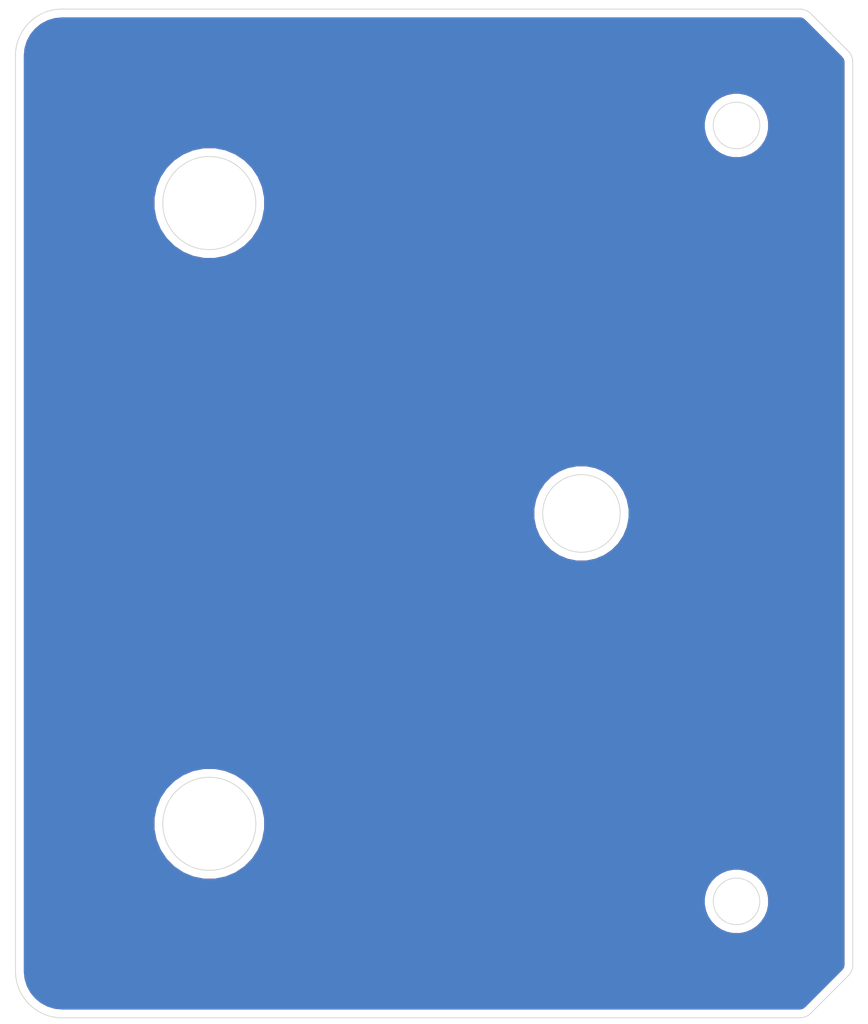
<source format=kicad_pcb>
(kicad_pcb (version 20171130) (host pcbnew 5.1.9+dfsg1-1+deb11u1)

  (general
    (thickness 1.6)
    (drawings 17)
    (tracks 0)
    (zones 0)
    (modules 0)
    (nets 1)
  )

  (page A4)
  (layers
    (0 F.Cu signal)
    (31 B.Cu signal)
    (32 B.Adhes user)
    (33 F.Adhes user)
    (34 B.Paste user)
    (35 F.Paste user)
    (36 B.SilkS user)
    (37 F.SilkS user)
    (38 B.Mask user)
    (39 F.Mask user)
    (40 Dwgs.User user)
    (41 Cmts.User user)
    (42 Eco1.User user)
    (43 Eco2.User user)
    (44 Edge.Cuts user)
    (45 Margin user)
    (46 B.CrtYd user)
    (47 F.CrtYd user)
    (48 B.Fab user)
    (49 F.Fab user)
  )

  (setup
    (last_trace_width 0.25)
    (trace_clearance 0.2)
    (zone_clearance 0.508)
    (zone_45_only no)
    (trace_min 0.2)
    (via_size 0.8)
    (via_drill 0.4)
    (via_min_size 0.4)
    (via_min_drill 0.3)
    (uvia_size 0.3)
    (uvia_drill 0.1)
    (uvias_allowed no)
    (uvia_min_size 0.2)
    (uvia_min_drill 0.1)
    (edge_width 0.05)
    (segment_width 0.2)
    (pcb_text_width 0.3)
    (pcb_text_size 1.5 1.5)
    (mod_edge_width 0.12)
    (mod_text_size 1 1)
    (mod_text_width 0.15)
    (pad_size 1.524 1.524)
    (pad_drill 0.762)
    (pad_to_mask_clearance 0)
    (aux_axis_origin 0 0)
    (visible_elements FFFFFF7F)
    (pcbplotparams
      (layerselection 0x010fc_ffffffff)
      (usegerberextensions true)
      (usegerberattributes false)
      (usegerberadvancedattributes false)
      (creategerberjobfile false)
      (excludeedgelayer true)
      (linewidth 0.100000)
      (plotframeref false)
      (viasonmask false)
      (mode 1)
      (useauxorigin false)
      (hpglpennumber 1)
      (hpglpenspeed 20)
      (hpglpendiameter 15.000000)
      (psnegative false)
      (psa4output false)
      (plotreference true)
      (plotvalue true)
      (plotinvisibletext false)
      (padsonsilk false)
      (subtractmaskfromsilk true)
      (outputformat 1)
      (mirror false)
      (drillshape 0)
      (scaleselection 1)
      (outputdirectory "z-tesioner-rf-gerber/"))
  )

  (net 0 "")

  (net_class Default "This is the default net class."
    (clearance 0.2)
    (trace_width 0.25)
    (via_dia 0.8)
    (via_drill 0.4)
    (uvia_dia 0.3)
    (uvia_drill 0.1)
  )

  (gr_circle (center 127.5 74.0858) (end 130.5 74.0858) (layer Edge.Cuts) (width 0.05))
  (gr_line (start 166.2929 126.292899) (end 168.7071 123.8787) (layer Edge.Cuts) (width 0.05))
  (gr_line (start 169 123.1716) (end 169 65) (layer Edge.Cuts) (width 0.05))
  (gr_arc (start 168 123.1716) (end 168.707106 123.878706) (angle -45) (layer Edge.Cuts) (width 0.05))
  (gr_line (start 165.5858 61.5858) (end 118 61.5858) (layer Edge.Cuts) (width 0.05))
  (gr_line (start 166.2929 61.878701) (end 168.7071 64.2929) (layer Edge.Cuts) (width 0.05))
  (gr_arc (start 165.5858 125.5858) (end 165.5858 126.5858) (angle -45) (layer Edge.Cuts) (width 0.05))
  (gr_arc (start 118 123.5858) (end 115 123.5858) (angle -90) (layer Edge.Cuts) (width 0.05))
  (gr_arc (start 118 64.5858) (end 118 61.5858) (angle -90) (layer Edge.Cuts) (width 0.05))
  (gr_circle (center 127.5 114.0858) (end 130.5 114.0858) (layer Edge.Cuts) (width 0.05))
  (gr_circle (center 161.5 69.0858) (end 163 69.0858) (layer Edge.Cuts) (width 0.05))
  (gr_circle (center 151.5 94.0858) (end 154 94.0858) (layer Edge.Cuts) (width 0.05))
  (gr_arc (start 165.5858 62.5858) (end 166.292906 61.878694) (angle -45) (layer Edge.Cuts) (width 0.05))
  (gr_line (start 115 64.5858) (end 115 123.5858) (layer Edge.Cuts) (width 0.05))
  (gr_circle (center 161.5 119.0858) (end 163 119.0858) (layer Edge.Cuts) (width 0.05))
  (gr_line (start 118 126.5858) (end 165.5858 126.5858) (layer Edge.Cuts) (width 0.05))
  (gr_arc (start 168 65) (end 169 65) (angle -45) (layer Edge.Cuts) (width 0.05))

  (zone (net 0) (net_name "") (layer F.Cu) (tstamp 64C3C484) (hatch edge 0.508)
    (connect_pads (clearance 0.508))
    (min_thickness 0.254)
    (fill yes (arc_segments 32) (thermal_gap 0.508) (thermal_bridge_width 0.508))
    (polygon
      (pts
        (xy 170 127) (xy 114 127) (xy 114 61) (xy 170 61)
      )
    )
    (filled_polygon
      (pts
        (xy 165.651224 62.255381) (xy 165.714157 62.274381) (xy 165.7722 62.305243) (xy 165.847367 62.366548) (xy 168.217659 64.73684)
        (xy 168.279906 64.81262) (xy 168.310969 64.870554) (xy 168.33019 64.933423) (xy 168.340001 65.030011) (xy 168.34 123.139311)
        (xy 168.330419 123.237024) (xy 168.311418 123.299958) (xy 168.280555 123.358002) (xy 168.219253 123.433166) (xy 165.84896 125.803459)
        (xy 165.773182 125.865704) (xy 165.715246 125.89677) (xy 165.652378 125.91599) (xy 165.555799 125.9258) (xy 118.032279 125.9258)
        (xy 117.546106 125.87813) (xy 117.109503 125.746312) (xy 116.706814 125.532199) (xy 116.353387 125.24395) (xy 116.062673 124.892539)
        (xy 115.84576 124.491364) (xy 115.710894 124.055686) (xy 115.66 123.571464) (xy 115.66 118.872123) (xy 159.330497 118.872123)
        (xy 159.330497 119.299477) (xy 159.41387 119.718621) (xy 159.577412 120.113445) (xy 159.814837 120.468777) (xy 160.117023 120.770963)
        (xy 160.472355 121.008388) (xy 160.867179 121.17193) (xy 161.286323 121.255303) (xy 161.713677 121.255303) (xy 162.132821 121.17193)
        (xy 162.527645 121.008388) (xy 162.882977 120.770963) (xy 163.185163 120.468777) (xy 163.422588 120.113445) (xy 163.58613 119.718621)
        (xy 163.669503 119.299477) (xy 163.669503 118.872123) (xy 163.58613 118.452979) (xy 163.422588 118.058155) (xy 163.185163 117.702823)
        (xy 162.882977 117.400637) (xy 162.527645 117.163212) (xy 162.132821 116.99967) (xy 161.713677 116.916297) (xy 161.286323 116.916297)
        (xy 160.867179 116.99967) (xy 160.472355 117.163212) (xy 160.117023 117.400637) (xy 159.814837 117.702823) (xy 159.577412 118.058155)
        (xy 159.41387 118.452979) (xy 159.330497 118.872123) (xy 115.66 118.872123) (xy 115.66 113.725097) (xy 123.83772 113.725097)
        (xy 123.83772 114.446503) (xy 123.97846 115.154048) (xy 124.25453 115.82054) (xy 124.655322 116.420367) (xy 125.165433 116.930478)
        (xy 125.76526 117.33127) (xy 126.431752 117.60734) (xy 127.139297 117.74808) (xy 127.860703 117.74808) (xy 128.568248 117.60734)
        (xy 129.23474 117.33127) (xy 129.834567 116.930478) (xy 130.344678 116.420367) (xy 130.74547 115.82054) (xy 131.02154 115.154048)
        (xy 131.16228 114.446503) (xy 131.16228 113.725097) (xy 131.02154 113.017552) (xy 130.74547 112.35106) (xy 130.344678 111.751233)
        (xy 129.834567 111.241122) (xy 129.23474 110.84033) (xy 128.568248 110.56426) (xy 127.860703 110.42352) (xy 127.139297 110.42352)
        (xy 126.431752 110.56426) (xy 125.76526 110.84033) (xy 125.165433 111.241122) (xy 124.655322 111.751233) (xy 124.25453 112.35106)
        (xy 123.97846 113.017552) (xy 123.83772 113.725097) (xy 115.66 113.725097) (xy 115.66 93.774105) (xy 148.335313 93.774105)
        (xy 148.335313 94.397495) (xy 148.45693 95.008905) (xy 148.69549 95.584842) (xy 149.041827 96.103171) (xy 149.482629 96.543973)
        (xy 150.000958 96.89031) (xy 150.576895 97.12887) (xy 151.188305 97.250487) (xy 151.811695 97.250487) (xy 152.423105 97.12887)
        (xy 152.999042 96.89031) (xy 153.517371 96.543973) (xy 153.958173 96.103171) (xy 154.30451 95.584842) (xy 154.54307 95.008905)
        (xy 154.664687 94.397495) (xy 154.664687 93.774105) (xy 154.54307 93.162695) (xy 154.30451 92.586758) (xy 153.958173 92.068429)
        (xy 153.517371 91.627627) (xy 152.999042 91.28129) (xy 152.423105 91.04273) (xy 151.811695 90.921113) (xy 151.188305 90.921113)
        (xy 150.576895 91.04273) (xy 150.000958 91.28129) (xy 149.482629 91.627627) (xy 149.041827 92.068429) (xy 148.69549 92.586758)
        (xy 148.45693 93.162695) (xy 148.335313 93.774105) (xy 115.66 93.774105) (xy 115.66 73.725097) (xy 123.83772 73.725097)
        (xy 123.83772 74.446503) (xy 123.97846 75.154048) (xy 124.25453 75.82054) (xy 124.655322 76.420367) (xy 125.165433 76.930478)
        (xy 125.76526 77.33127) (xy 126.431752 77.60734) (xy 127.139297 77.74808) (xy 127.860703 77.74808) (xy 128.568248 77.60734)
        (xy 129.23474 77.33127) (xy 129.834567 76.930478) (xy 130.344678 76.420367) (xy 130.74547 75.82054) (xy 131.02154 75.154048)
        (xy 131.16228 74.446503) (xy 131.16228 73.725097) (xy 131.02154 73.017552) (xy 130.74547 72.35106) (xy 130.344678 71.751233)
        (xy 129.834567 71.241122) (xy 129.23474 70.84033) (xy 128.568248 70.56426) (xy 127.860703 70.42352) (xy 127.139297 70.42352)
        (xy 126.431752 70.56426) (xy 125.76526 70.84033) (xy 125.165433 71.241122) (xy 124.655322 71.751233) (xy 124.25453 72.35106)
        (xy 123.97846 73.017552) (xy 123.83772 73.725097) (xy 115.66 73.725097) (xy 115.66 68.872123) (xy 159.330497 68.872123)
        (xy 159.330497 69.299477) (xy 159.41387 69.718621) (xy 159.577412 70.113445) (xy 159.814837 70.468777) (xy 160.117023 70.770963)
        (xy 160.472355 71.008388) (xy 160.867179 71.17193) (xy 161.286323 71.255303) (xy 161.713677 71.255303) (xy 162.132821 71.17193)
        (xy 162.527645 71.008388) (xy 162.882977 70.770963) (xy 163.185163 70.468777) (xy 163.422588 70.113445) (xy 163.58613 69.718621)
        (xy 163.669503 69.299477) (xy 163.669503 68.872123) (xy 163.58613 68.452979) (xy 163.422588 68.058155) (xy 163.185163 67.702823)
        (xy 162.882977 67.400637) (xy 162.527645 67.163212) (xy 162.132821 66.99967) (xy 161.713677 66.916297) (xy 161.286323 66.916297)
        (xy 160.867179 66.99967) (xy 160.472355 67.163212) (xy 160.117023 67.400637) (xy 159.814837 67.702823) (xy 159.577412 68.058155)
        (xy 159.41387 68.452979) (xy 159.330497 68.872123) (xy 115.66 68.872123) (xy 115.66 64.618079) (xy 115.70767 64.131907)
        (xy 115.839489 63.695302) (xy 116.0536 63.292615) (xy 116.341848 62.939188) (xy 116.693261 62.648473) (xy 117.094439 62.431558)
        (xy 117.530113 62.296694) (xy 118.014344 62.2458) (xy 165.553511 62.2458)
      )
    )
  )
  (zone (net 0) (net_name "") (layer B.Cu) (tstamp 64C3C481) (hatch edge 0.508)
    (connect_pads (clearance 0.508))
    (min_thickness 0.254)
    (fill yes (arc_segments 32) (thermal_gap 0.508) (thermal_bridge_width 0.508))
    (polygon
      (pts
        (xy 170 127) (xy 114 127) (xy 114 61) (xy 170 61)
      )
    )
    (filled_polygon
      (pts
        (xy 165.651224 62.255381) (xy 165.714157 62.274381) (xy 165.7722 62.305243) (xy 165.847367 62.366548) (xy 168.217659 64.73684)
        (xy 168.279906 64.81262) (xy 168.310969 64.870554) (xy 168.33019 64.933423) (xy 168.340001 65.030011) (xy 168.34 123.139311)
        (xy 168.330419 123.237024) (xy 168.311418 123.299958) (xy 168.280555 123.358002) (xy 168.219253 123.433166) (xy 165.84896 125.803459)
        (xy 165.773182 125.865704) (xy 165.715246 125.89677) (xy 165.652378 125.91599) (xy 165.555799 125.9258) (xy 118.032279 125.9258)
        (xy 117.546106 125.87813) (xy 117.109503 125.746312) (xy 116.706814 125.532199) (xy 116.353387 125.24395) (xy 116.062673 124.892539)
        (xy 115.84576 124.491364) (xy 115.710894 124.055686) (xy 115.66 123.571464) (xy 115.66 118.872123) (xy 159.330497 118.872123)
        (xy 159.330497 119.299477) (xy 159.41387 119.718621) (xy 159.577412 120.113445) (xy 159.814837 120.468777) (xy 160.117023 120.770963)
        (xy 160.472355 121.008388) (xy 160.867179 121.17193) (xy 161.286323 121.255303) (xy 161.713677 121.255303) (xy 162.132821 121.17193)
        (xy 162.527645 121.008388) (xy 162.882977 120.770963) (xy 163.185163 120.468777) (xy 163.422588 120.113445) (xy 163.58613 119.718621)
        (xy 163.669503 119.299477) (xy 163.669503 118.872123) (xy 163.58613 118.452979) (xy 163.422588 118.058155) (xy 163.185163 117.702823)
        (xy 162.882977 117.400637) (xy 162.527645 117.163212) (xy 162.132821 116.99967) (xy 161.713677 116.916297) (xy 161.286323 116.916297)
        (xy 160.867179 116.99967) (xy 160.472355 117.163212) (xy 160.117023 117.400637) (xy 159.814837 117.702823) (xy 159.577412 118.058155)
        (xy 159.41387 118.452979) (xy 159.330497 118.872123) (xy 115.66 118.872123) (xy 115.66 113.725097) (xy 123.83772 113.725097)
        (xy 123.83772 114.446503) (xy 123.97846 115.154048) (xy 124.25453 115.82054) (xy 124.655322 116.420367) (xy 125.165433 116.930478)
        (xy 125.76526 117.33127) (xy 126.431752 117.60734) (xy 127.139297 117.74808) (xy 127.860703 117.74808) (xy 128.568248 117.60734)
        (xy 129.23474 117.33127) (xy 129.834567 116.930478) (xy 130.344678 116.420367) (xy 130.74547 115.82054) (xy 131.02154 115.154048)
        (xy 131.16228 114.446503) (xy 131.16228 113.725097) (xy 131.02154 113.017552) (xy 130.74547 112.35106) (xy 130.344678 111.751233)
        (xy 129.834567 111.241122) (xy 129.23474 110.84033) (xy 128.568248 110.56426) (xy 127.860703 110.42352) (xy 127.139297 110.42352)
        (xy 126.431752 110.56426) (xy 125.76526 110.84033) (xy 125.165433 111.241122) (xy 124.655322 111.751233) (xy 124.25453 112.35106)
        (xy 123.97846 113.017552) (xy 123.83772 113.725097) (xy 115.66 113.725097) (xy 115.66 93.774105) (xy 148.335313 93.774105)
        (xy 148.335313 94.397495) (xy 148.45693 95.008905) (xy 148.69549 95.584842) (xy 149.041827 96.103171) (xy 149.482629 96.543973)
        (xy 150.000958 96.89031) (xy 150.576895 97.12887) (xy 151.188305 97.250487) (xy 151.811695 97.250487) (xy 152.423105 97.12887)
        (xy 152.999042 96.89031) (xy 153.517371 96.543973) (xy 153.958173 96.103171) (xy 154.30451 95.584842) (xy 154.54307 95.008905)
        (xy 154.664687 94.397495) (xy 154.664687 93.774105) (xy 154.54307 93.162695) (xy 154.30451 92.586758) (xy 153.958173 92.068429)
        (xy 153.517371 91.627627) (xy 152.999042 91.28129) (xy 152.423105 91.04273) (xy 151.811695 90.921113) (xy 151.188305 90.921113)
        (xy 150.576895 91.04273) (xy 150.000958 91.28129) (xy 149.482629 91.627627) (xy 149.041827 92.068429) (xy 148.69549 92.586758)
        (xy 148.45693 93.162695) (xy 148.335313 93.774105) (xy 115.66 93.774105) (xy 115.66 73.725097) (xy 123.83772 73.725097)
        (xy 123.83772 74.446503) (xy 123.97846 75.154048) (xy 124.25453 75.82054) (xy 124.655322 76.420367) (xy 125.165433 76.930478)
        (xy 125.76526 77.33127) (xy 126.431752 77.60734) (xy 127.139297 77.74808) (xy 127.860703 77.74808) (xy 128.568248 77.60734)
        (xy 129.23474 77.33127) (xy 129.834567 76.930478) (xy 130.344678 76.420367) (xy 130.74547 75.82054) (xy 131.02154 75.154048)
        (xy 131.16228 74.446503) (xy 131.16228 73.725097) (xy 131.02154 73.017552) (xy 130.74547 72.35106) (xy 130.344678 71.751233)
        (xy 129.834567 71.241122) (xy 129.23474 70.84033) (xy 128.568248 70.56426) (xy 127.860703 70.42352) (xy 127.139297 70.42352)
        (xy 126.431752 70.56426) (xy 125.76526 70.84033) (xy 125.165433 71.241122) (xy 124.655322 71.751233) (xy 124.25453 72.35106)
        (xy 123.97846 73.017552) (xy 123.83772 73.725097) (xy 115.66 73.725097) (xy 115.66 68.872123) (xy 159.330497 68.872123)
        (xy 159.330497 69.299477) (xy 159.41387 69.718621) (xy 159.577412 70.113445) (xy 159.814837 70.468777) (xy 160.117023 70.770963)
        (xy 160.472355 71.008388) (xy 160.867179 71.17193) (xy 161.286323 71.255303) (xy 161.713677 71.255303) (xy 162.132821 71.17193)
        (xy 162.527645 71.008388) (xy 162.882977 70.770963) (xy 163.185163 70.468777) (xy 163.422588 70.113445) (xy 163.58613 69.718621)
        (xy 163.669503 69.299477) (xy 163.669503 68.872123) (xy 163.58613 68.452979) (xy 163.422588 68.058155) (xy 163.185163 67.702823)
        (xy 162.882977 67.400637) (xy 162.527645 67.163212) (xy 162.132821 66.99967) (xy 161.713677 66.916297) (xy 161.286323 66.916297)
        (xy 160.867179 66.99967) (xy 160.472355 67.163212) (xy 160.117023 67.400637) (xy 159.814837 67.702823) (xy 159.577412 68.058155)
        (xy 159.41387 68.452979) (xy 159.330497 68.872123) (xy 115.66 68.872123) (xy 115.66 64.618079) (xy 115.70767 64.131907)
        (xy 115.839489 63.695302) (xy 116.0536 63.292615) (xy 116.341848 62.939188) (xy 116.693261 62.648473) (xy 117.094439 62.431558)
        (xy 117.530113 62.296694) (xy 118.014344 62.2458) (xy 165.553511 62.2458)
      )
    )
  )
)

</source>
